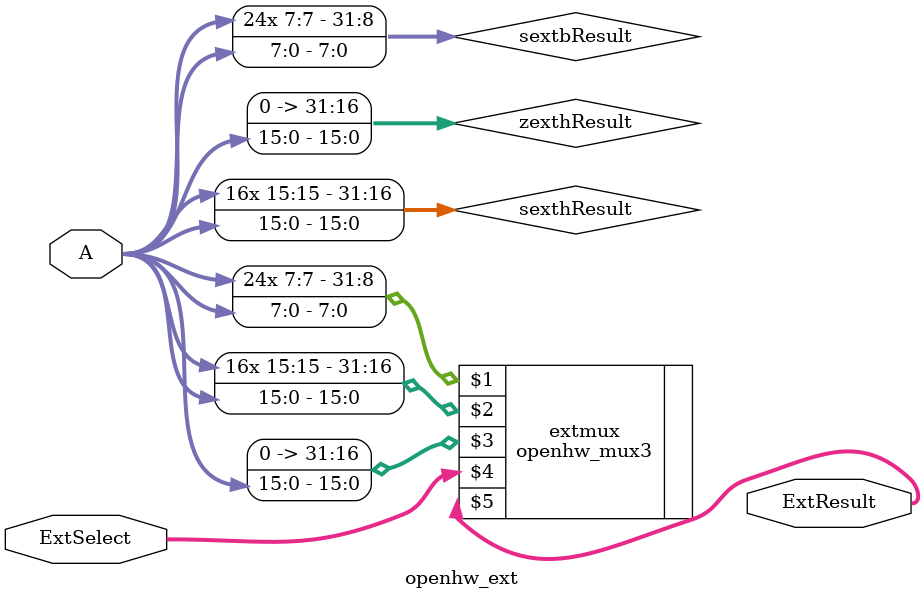
<source format=sv>


module openhw_ext #(parameter WIDTH = 32) (
  input  logic [WIDTH-1:0] A,            // Operands
  input  logic [1:0]       ExtSelect,    // B[2], B[0] of immediate
  output logic [WIDTH-1:0] ExtResult);   // Extend Result

  logic [WIDTH-1:0] sexthResult, zexthResult, sextbResult;

  assign sexthResult = {{(WIDTH-16){A[15]}},A[15:0]};
  assign zexthResult = {{(WIDTH-16){1'b0}},A[15:0]};
  assign sextbResult = {{(WIDTH-8){A[7]}},A[7:0]};

  openhw_mux3 #(WIDTH) extmux(sextbResult, sexthResult, zexthResult, ExtSelect, ExtResult);
endmodule

</source>
